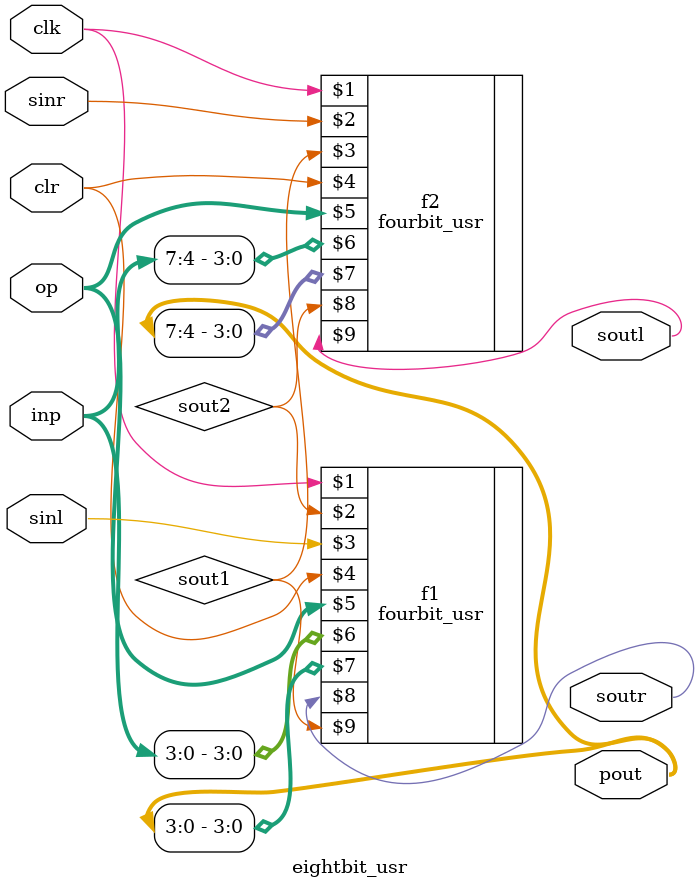
<source format=v>
`include "fourbit_usr.v"
module eightbit_usr(
input clk,
input sinr,
input sinl,
input clr,
input [1:0]op,
input [7:0]inp,
output [7:0]pout,
output soutr,
output soutl);
wire sout1;
wire sout2;

fourbit_usr f1(clk,sout2,sinl,clr,op,inp[3:0],pout[3:0],soutr,sout1);
fourbit_usr f2(clk,sinr,sout1,clr,op,inp[7:4],pout[7:4],sout2,soutl);
endmodule

</source>
